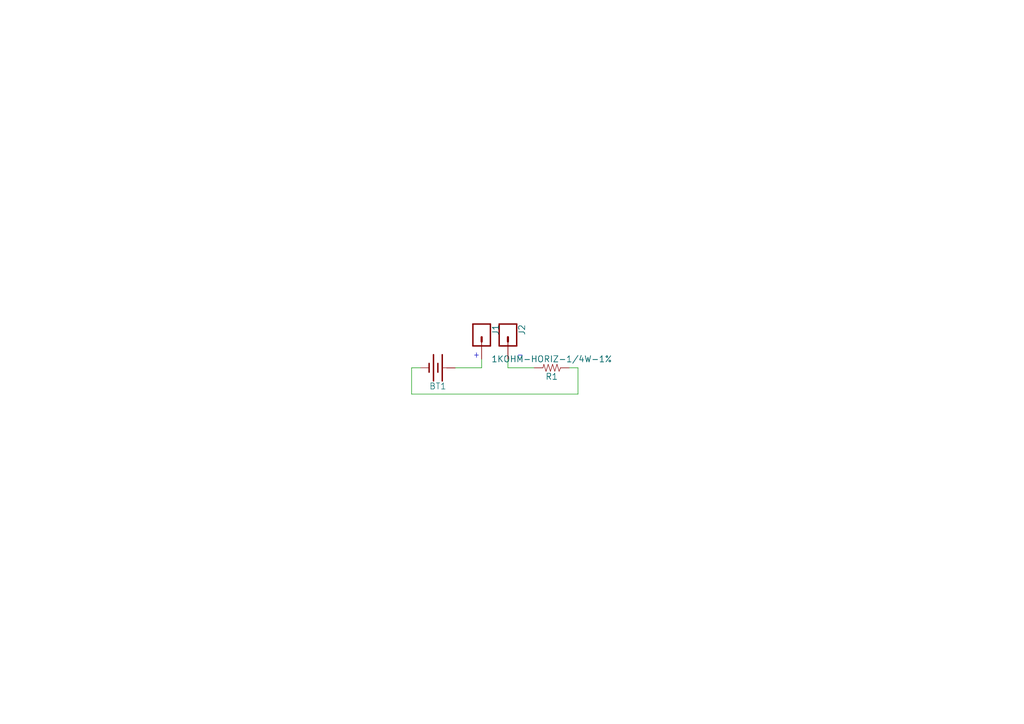
<source format=kicad_sch>
(kicad_sch (version 20230121) (generator eeschema)
  (paper "A4")
  (lib_symbols
    (symbol "working-eagle-import:1KOHM-HORIZ-1/4W-1%"
      (property "Reference" "R" (at 0 1.524 0))
      (symbol "1KOHM-HORIZ-1/4W-1%_1_0"
        (polyline (pts (xy -2.54 0) (xy -2.159 1.016)) (stroke (width 0.1524)))
        (polyline (pts (xy -2.159 1.016) (xy -1.524 -1.016)) (stroke (width 0.1524)))
        (polyline (pts (xy -1.524 -1.016) (xy -0.889 1.016)) (stroke (width 0.1524)))
        (polyline (pts (xy -0.889 1.016) (xy -0.254 -1.016)) (stroke (width 0.1524)))
        (polyline (pts (xy -0.254 -1.016) (xy 0.381 1.016)) (stroke (width 0.1524)))
        (polyline (pts (xy 0.381 1.016) (xy 1.016 -1.016)) (stroke (width 0.1524)))
        (polyline (pts (xy 1.016 -1.016) (xy 1.651 1.016)) (stroke (width 0.1524)))
        (polyline (pts (xy 1.651 1.016) (xy 2.286 -1.016)) (stroke (width 0.1524)))
        (polyline (pts (xy 2.286 -1.016) (xy 2.54 0)) (stroke (width 0.1524)))
        (pin passive line (at -5.08 0 0) (length 2.54) (name "1") (number "P$1"))
        (pin passive line (at 5.08 0 180) (length 2.54) (name "2") (number "P$2"))
      )
    )
    (symbol "working-eagle-import:BATTERY-20MM_SMD_4LEGS"
      (property "Reference" "BT" (at 0 4.318 0))
      (symbol "BATTERY-20MM_SMD_4LEGS_1_0"
        (polyline (pts (xy -2.54 0) (xy -1.524 0)) (stroke (width 0.1524)))
        (polyline (pts (xy -1.27 3.81) (xy -1.27 -3.81)) (stroke (width 0.4064)))
        (polyline (pts (xy 0 1.27) (xy 0 -1.27)) (stroke (width 0.4064)))
        (polyline (pts (xy 1.27 3.81) (xy 1.27 -3.81)) (stroke (width 0.4064)))
        (polyline (pts (xy 2.54 1.27) (xy 2.54 -1.27)) (stroke (width 0.4064)))
        (pin power_in line (at 5.08 0 180) (length 2.54) (name "-") (number "NEGATIVE"))
        (pin power_in line (at -5.08 0 0) (length 2.54) (name "+") (number "POSITIVE@1"))
        (pin power_in line (at -5.08 0 0) (length 2.54) (name "+") (number "POSITIVE@2"))
        (pin power_in line (at -5.08 0 0) (length 2.54) (name "+") (number "POSITIVE@3"))
        (pin power_in line (at -5.08 0 0) (length 2.54) (name "+") (number "POSITIVE@4"))
      )
    )
    (symbol "working-eagle-import:CONN_01"
      (property "Reference" "J" (at -2.54 3.048 0))
      (symbol "CONN_01_1_0"
        (polyline (pts (xy -2.54 2.54) (xy -2.54 -2.54)) (stroke (width 0.4064)))
        (polyline (pts (xy -2.54 2.54) (xy 3.81 2.54)) (stroke (width 0.4064)))
        (polyline (pts (xy 1.27 0) (xy 2.54 0)) (stroke (width 0.6096)))
        (polyline (pts (xy 3.81 -2.54) (xy -2.54 -2.54)) (stroke (width 0.4064)))
        (polyline (pts (xy 3.81 -2.54) (xy 3.81 2.54)) (stroke (width 0.4064)))
        (pin passive line (at 7.62 0 180) (length 5.08) (name "1") (number "1"))
      )
    )
  )
  (wire (pts (xy 132.08 106.68) (xy 139.7 106.68)) (stroke (width 0.1524)))
  (wire (pts (xy 147.32 106.68) (xy 147.32 104.14)) (stroke (width 0.1524)))
  (wire (pts (xy 167.64 106.68) (xy 167.64 114.3)) (stroke (width 0.1524)))
  (wire (pts (xy 119.38 106.68) (xy 121.92 106.68)) (stroke (width 0.1524)))
  (wire (pts (xy 167.64 114.3) (xy 119.38 114.3)) (stroke (width 0.1524)))
  (wire (pts (xy 147.32 106.68) (xy 154.94 106.68)) (stroke (width 0.1524)))
  (wire (pts (xy 119.38 114.3) (xy 119.38 106.68)) (stroke (width 0.1524)))
  (wire (pts (xy 139.7 106.68) (xy 139.7 104.14)) (stroke (width 0.1524)))
  (wire (pts (xy 165.1 106.68) (xy 167.64 106.68)) (stroke (width 0.1524)))
  (text "+" (at 137.16 104.14 0) (effects (font (size 1.778 1.5113)) (justify left bottom)))
  (text "-" (at 149.86 104.14 0) (effects (font (size 1.778 1.5113)) (justify left bottom)))
  (symbol (lib_id "working-eagle-import:1KOHM-HORIZ-1/4W-1%") (at 160.02 106.68 180) (unit 1)
    (property "Reference" "R1" (at 160.02 108.204 0) (effects (font (size 1.778 1.778)) (justify bottom)))
    (property "Value" "1KOHM-HORIZ-1/4W-1%" (at 160.02 105.156 0) (effects (font (size 1.778 1.778)) (justify top)))
    (property "Footprint" "working:AXIAL-0.3" (effects hide))
  )
  (symbol (lib_id "working-eagle-import:CONN_01") (at 139.7 96.52 270) (unit 1)
    (property "Reference" "J1" (at 142.748 93.98 0) (effects (font (size 1.778 1.778)) (justify left bottom)))
    (property "Value" "CONN_01" (effects hide))
    (property "Footprint" "working:1X01" (effects hide))
  )
  (symbol (lib_id "working-eagle-import:BATTERY-20MM_SMD_4LEGS") (at 127 106.68 180) (unit 1)
    (property "Reference" "BT1" (at 127 110.998 0) (effects (font (size 1.778 1.778)) (justify bottom)))
    (property "Value" "BATTERY-20MM_SMD_4LEGS" (effects hide))
    (property "Footprint" "working:BATTCON_20MM_4LEGS" (effects hide))
  )
  (symbol (lib_id "working-eagle-import:CONN_01") (at 147.32 96.52 270) (unit 1)
    (property "Reference" "J2" (at 150.368 93.98 0) (effects (font (size 1.778 1.778)) (justify left bottom)))
    (property "Value" "CONN_01" (effects hide))
    (property "Footprint" "working:1X01" (effects hide))
  )
)
</source>
